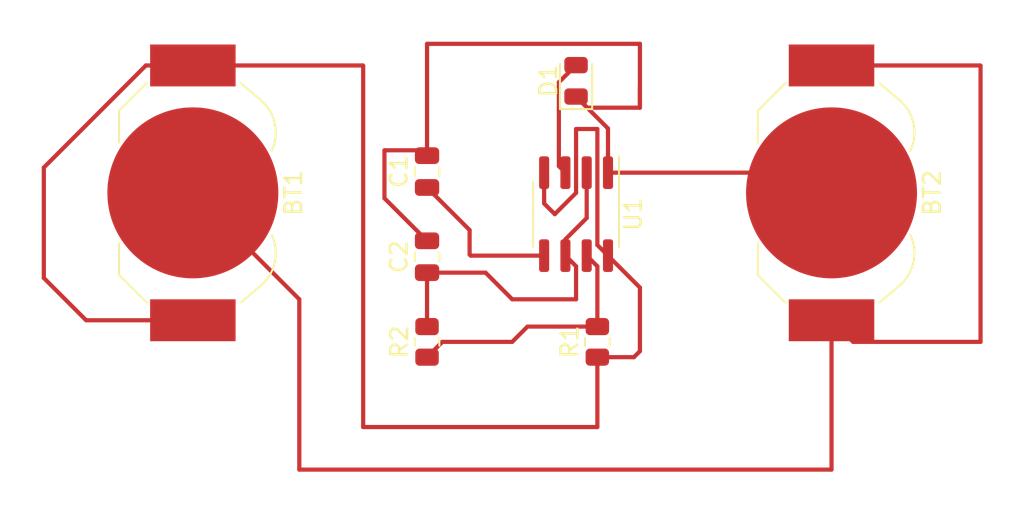
<source format=kicad_pcb>
(kicad_pcb (version 20171130) (host pcbnew "(5.1.10)-1")

  (general
    (thickness 1.6)
    (drawings 5)
    (tracks 67)
    (zones 0)
    (modules 8)
    (nets 8)
  )

  (page A4)
  (layers
    (0 F.Cu signal)
    (31 B.Cu signal)
    (32 B.Adhes user)
    (33 F.Adhes user)
    (34 B.Paste user)
    (35 F.Paste user)
    (36 B.SilkS user)
    (37 F.SilkS user)
    (38 B.Mask user)
    (39 F.Mask user)
    (40 Dwgs.User user)
    (41 Cmts.User user)
    (42 Eco1.User user)
    (43 Eco2.User user)
    (44 Edge.Cuts user)
    (45 Margin user)
    (46 B.CrtYd user)
    (47 F.CrtYd user)
    (48 B.Fab user)
    (49 F.Fab user)
  )

  (setup
    (last_trace_width 0.25)
    (trace_clearance 0.2)
    (zone_clearance 0.508)
    (zone_45_only no)
    (trace_min 0.2)
    (via_size 0.8)
    (via_drill 0.4)
    (via_min_size 0.4)
    (via_min_drill 0.3)
    (uvia_size 0.3)
    (uvia_drill 0.1)
    (uvias_allowed no)
    (uvia_min_size 0.2)
    (uvia_min_drill 0.1)
    (edge_width 0.05)
    (segment_width 0.2)
    (pcb_text_width 0.3)
    (pcb_text_size 1.5 1.5)
    (mod_edge_width 0.12)
    (mod_text_size 1 1)
    (mod_text_width 0.15)
    (pad_size 1.524 1.524)
    (pad_drill 0.762)
    (pad_to_mask_clearance 0)
    (aux_axis_origin 0 0)
    (visible_elements 7FFFFFFF)
    (pcbplotparams
      (layerselection 0x010fc_ffffffff)
      (usegerberextensions false)
      (usegerberattributes true)
      (usegerberadvancedattributes true)
      (creategerberjobfile true)
      (excludeedgelayer true)
      (linewidth 0.100000)
      (plotframeref false)
      (viasonmask false)
      (mode 1)
      (useauxorigin false)
      (hpglpennumber 1)
      (hpglpenspeed 20)
      (hpglpendiameter 15.000000)
      (psnegative false)
      (psa4output false)
      (plotreference true)
      (plotvalue true)
      (plotinvisibletext false)
      (padsonsilk false)
      (subtractmaskfromsilk false)
      (outputformat 1)
      (mirror false)
      (drillshape 0)
      (scaleselection 1)
      (outputdirectory "../Gerbers/"))
  )

  (net 0 "")
  (net 1 VCC)
  (net 2 "Net-(BT1-Pad2)")
  (net 3 GND)
  (net 4 "Net-(C1-Pad1)")
  (net 5 "Net-(C2-Pad1)")
  (net 6 "Net-(D1-Pad2)")
  (net 7 "Net-(R1-Pad2)")

  (net_class Default "This is the default net class."
    (clearance 0.2)
    (trace_width 0.25)
    (via_dia 0.8)
    (via_drill 0.4)
    (uvia_dia 0.3)
    (uvia_drill 0.1)
    (add_net GND)
    (add_net "Net-(BT1-Pad2)")
    (add_net "Net-(C1-Pad1)")
    (add_net "Net-(C2-Pad1)")
    (add_net "Net-(D1-Pad2)")
    (add_net "Net-(R1-Pad2)")
    (add_net VCC)
  )

  (module Battery:BatteryHolder_LINX_BAT-HLD-012-SMT (layer F.Cu) (tedit 5D9C8191) (tstamp 615A80F1)
    (at 139.7 91.44 90)
    (descr "SMT battery holder for CR1216/1220/1225, https://linxtechnologies.com/wp/wp-content/uploads/bat-hld-012-smt.pdf")
    (tags "battery holder coin cell cr1216 cr1220 cr1225")
    (path /615BD730)
    (attr smd)
    (fp_text reference BT1 (at 0 6 90) (layer F.SilkS)
      (effects (font (size 1 1) (thickness 0.15)))
    )
    (fp_text value 3V (at 0 -7 90) (layer F.Fab)
      (effects (font (size 1 1) (thickness 0.15)))
    )
    (fp_line (start -7.65 -2.55) (end -7.65 -0.55) (layer F.Fab) (width 0.1))
    (fp_line (start -7.65 -2.55) (end -6.75 -2.55) (layer F.Fab) (width 0.1))
    (fp_line (start -7.65 -0.55) (end -6.75 -0.55) (layer F.Fab) (width 0.1))
    (fp_line (start -6.75 0.55) (end -7.65 0.55) (layer F.Fab) (width 0.1))
    (fp_line (start -7.65 0.55) (end -7.65 2.55) (layer F.Fab) (width 0.1))
    (fp_line (start -7.65 2.55) (end -6.75 2.55) (layer F.Fab) (width 0.1))
    (fp_line (start 6.75 2.55) (end 7.65 2.55) (layer F.Fab) (width 0.1))
    (fp_line (start 7.65 2.55) (end 7.65 0.55) (layer F.Fab) (width 0.1))
    (fp_line (start 7.65 0.55) (end 6.75 0.55) (layer F.Fab) (width 0.1))
    (fp_line (start 6.75 -0.55) (end 7.65 -0.55) (layer F.Fab) (width 0.1))
    (fp_line (start 7.65 -0.55) (end 7.65 -2.55) (layer F.Fab) (width 0.1))
    (fp_line (start 7.65 -2.55) (end 6.75 -2.55) (layer F.Fab) (width 0.1))
    (fp_line (start -6.75 2.85) (end -6.75 -2.75) (layer F.Fab) (width 0.1))
    (fp_line (start 6.75 2.85) (end 6.75 -2.75) (layer F.Fab) (width 0.1))
    (fp_line (start 4.9 -4.4) (end -4.9 -4.4) (layer F.Fab) (width 0.1))
    (fp_line (start -6.7 -2.9) (end -5.05 -4.55) (layer F.Fab) (width 0.1))
    (fp_line (start 6.7 -2.9) (end 5.05 -4.55) (layer F.Fab) (width 0.1))
    (fp_line (start 6.55 2.85) (end 6.55 -2.75) (layer F.Fab) (width 0.1))
    (fp_line (start 6.55 -2.75) (end 4.9 -4.4) (layer F.Fab) (width 0.1))
    (fp_line (start -6.55 2.85) (end -6.55 -2.75) (layer F.Fab) (width 0.1))
    (fp_line (start -6.55 -2.75) (end -4.9 -4.4) (layer F.Fab) (width 0.1))
    (fp_line (start -6.55 2.85) (end -5.4 4.2) (layer F.Fab) (width 0.1))
    (fp_line (start 6.55 2.85) (end 5.4 4.2) (layer F.Fab) (width 0.1))
    (fp_circle (center 0 0) (end -6.25 0) (layer F.Fab) (width 0.1))
    (fp_line (start -9.35 3.05) (end -9.35 -3.05) (layer F.CrtYd) (width 0.05))
    (fp_line (start -9.35 -3.05) (end -7.25 -3.05) (layer F.CrtYd) (width 0.05))
    (fp_line (start -9.35 3.05) (end -7.25 3.05) (layer F.CrtYd) (width 0.05))
    (fp_line (start -7.25 -3.05) (end -3.55 -6.75) (layer F.CrtYd) (width 0.05))
    (fp_line (start -3.55 -6.75) (end 3.55 -6.75) (layer F.CrtYd) (width 0.05))
    (fp_line (start 3.55 -6.75) (end 7.25 -3.05) (layer F.CrtYd) (width 0.05))
    (fp_line (start 7.25 -3.05) (end 9.35 -3.05) (layer F.CrtYd) (width 0.05))
    (fp_line (start 9.35 -3.05) (end 9.35 3.05) (layer F.CrtYd) (width 0.05))
    (fp_line (start 9.35 3.05) (end 7.25 3.05) (layer F.CrtYd) (width 0.05))
    (fp_line (start -3.55 6.75) (end 3.55 6.75) (layer F.CrtYd) (width 0.05))
    (fp_line (start 3.55 6.75) (end 7.25 3.05) (layer F.CrtYd) (width 0.05))
    (fp_line (start -3.55 6.75) (end -7.25 3.05) (layer F.CrtYd) (width 0.05))
    (fp_line (start -6.75 2.85) (end -6.55 2.85) (layer F.Fab) (width 0.1))
    (fp_line (start 6.75 2.85) (end 6.55 2.85) (layer F.Fab) (width 0.1))
    (fp_line (start -6.75 -2.75) (end -6.55 -2.75) (layer F.Fab) (width 0.1))
    (fp_line (start -6.55 -2.75) (end -6.7 -2.9) (layer F.Fab) (width 0.1))
    (fp_line (start -5.05 -4.55) (end -4.9 -4.4) (layer F.Fab) (width 0.1))
    (fp_line (start 5.05 -4.55) (end 4.9 -4.4) (layer F.Fab) (width 0.1))
    (fp_line (start 6.55 -2.75) (end 6.7 -2.9) (layer F.Fab) (width 0.1))
    (fp_line (start 6.55 -2.75) (end 6.75 -2.75) (layer F.Fab) (width 0.1))
    (fp_line (start -6.55 -2.75) (end -4.9 -4.4) (layer F.SilkS) (width 0.12))
    (fp_line (start 4.9 -4.4) (end 6.55 -2.75) (layer F.SilkS) (width 0.12))
    (fp_line (start 4.9 -4.4) (end 3 -4.4) (layer F.SilkS) (width 0.12))
    (fp_line (start -4.9 -4.4) (end -3 -4.4) (layer F.SilkS) (width 0.12))
    (fp_line (start -6.55 2.85) (end -5.4 4.2) (layer F.SilkS) (width 0.12))
    (fp_line (start 6.55 2.85) (end 5.4 4.2) (layer F.SilkS) (width 0.12))
    (fp_arc (start 0 6) (end -1.8 4.2) (angle 90) (layer F.Fab) (width 0.1))
    (fp_arc (start 3.6 2.4) (end 5.4 4.2) (angle 70.55996517) (layer F.SilkS) (width 0.12))
    (fp_text user %R (at 0 0 90) (layer F.Fab)
      (effects (font (size 1 1) (thickness 0.15)))
    )
    (fp_arc (start 3.6 2.4) (end 5.4 4.2) (angle 90) (layer F.Fab) (width 0.1))
    (fp_arc (start -3.6 2.4) (end -1.8 4.2) (angle 90) (layer F.Fab) (width 0.1))
    (fp_arc (start -3.6 2.4) (end -5.4 4.2) (angle -70.5) (layer F.SilkS) (width 0.12))
    (pad 1 smd rect (at -7.6 0 90) (size 2.5 5.1) (layers F.Cu F.Paste F.Mask)
      (net 1 VCC))
    (pad 1 smd rect (at 7.6 0 90) (size 2.5 5.1) (layers F.Cu F.Paste F.Mask)
      (net 1 VCC))
    (pad 2 smd circle (at 0 0 90) (size 10.2 10.2) (layers F.Cu F.Mask)
      (net 2 "Net-(BT1-Pad2)"))
    (model ${KISYS3DMOD}/Battery.3dshapes/BatteryHolder_LINX_BAT-HLD-012-SMT.wrl
      (at (xyz 0 0 0))
      (scale (xyz 1 1 1))
      (rotate (xyz 0 0 0))
    )
  )

  (module Battery:BatteryHolder_LINX_BAT-HLD-012-SMT (layer F.Cu) (tedit 5D9C8191) (tstamp 615A8130)
    (at 177.8 91.44 90)
    (descr "SMT battery holder for CR1216/1220/1225, https://linxtechnologies.com/wp/wp-content/uploads/bat-hld-012-smt.pdf")
    (tags "battery holder coin cell cr1216 cr1220 cr1225")
    (path /615BE5AB)
    (attr smd)
    (fp_text reference BT2 (at 0 6 90) (layer F.SilkS)
      (effects (font (size 1 1) (thickness 0.15)))
    )
    (fp_text value 3V (at 0 -7 90) (layer F.Fab)
      (effects (font (size 1 1) (thickness 0.15)))
    )
    (fp_line (start 6.55 2.85) (end 5.4 4.2) (layer F.SilkS) (width 0.12))
    (fp_line (start -6.55 2.85) (end -5.4 4.2) (layer F.SilkS) (width 0.12))
    (fp_line (start -4.9 -4.4) (end -3 -4.4) (layer F.SilkS) (width 0.12))
    (fp_line (start 4.9 -4.4) (end 3 -4.4) (layer F.SilkS) (width 0.12))
    (fp_line (start 4.9 -4.4) (end 6.55 -2.75) (layer F.SilkS) (width 0.12))
    (fp_line (start -6.55 -2.75) (end -4.9 -4.4) (layer F.SilkS) (width 0.12))
    (fp_line (start 6.55 -2.75) (end 6.75 -2.75) (layer F.Fab) (width 0.1))
    (fp_line (start 6.55 -2.75) (end 6.7 -2.9) (layer F.Fab) (width 0.1))
    (fp_line (start 5.05 -4.55) (end 4.9 -4.4) (layer F.Fab) (width 0.1))
    (fp_line (start -5.05 -4.55) (end -4.9 -4.4) (layer F.Fab) (width 0.1))
    (fp_line (start -6.55 -2.75) (end -6.7 -2.9) (layer F.Fab) (width 0.1))
    (fp_line (start -6.75 -2.75) (end -6.55 -2.75) (layer F.Fab) (width 0.1))
    (fp_line (start 6.75 2.85) (end 6.55 2.85) (layer F.Fab) (width 0.1))
    (fp_line (start -6.75 2.85) (end -6.55 2.85) (layer F.Fab) (width 0.1))
    (fp_line (start -3.55 6.75) (end -7.25 3.05) (layer F.CrtYd) (width 0.05))
    (fp_line (start 3.55 6.75) (end 7.25 3.05) (layer F.CrtYd) (width 0.05))
    (fp_line (start -3.55 6.75) (end 3.55 6.75) (layer F.CrtYd) (width 0.05))
    (fp_line (start 9.35 3.05) (end 7.25 3.05) (layer F.CrtYd) (width 0.05))
    (fp_line (start 9.35 -3.05) (end 9.35 3.05) (layer F.CrtYd) (width 0.05))
    (fp_line (start 7.25 -3.05) (end 9.35 -3.05) (layer F.CrtYd) (width 0.05))
    (fp_line (start 3.55 -6.75) (end 7.25 -3.05) (layer F.CrtYd) (width 0.05))
    (fp_line (start -3.55 -6.75) (end 3.55 -6.75) (layer F.CrtYd) (width 0.05))
    (fp_line (start -7.25 -3.05) (end -3.55 -6.75) (layer F.CrtYd) (width 0.05))
    (fp_line (start -9.35 3.05) (end -7.25 3.05) (layer F.CrtYd) (width 0.05))
    (fp_line (start -9.35 -3.05) (end -7.25 -3.05) (layer F.CrtYd) (width 0.05))
    (fp_line (start -9.35 3.05) (end -9.35 -3.05) (layer F.CrtYd) (width 0.05))
    (fp_circle (center 0 0) (end -6.25 0) (layer F.Fab) (width 0.1))
    (fp_line (start 6.55 2.85) (end 5.4 4.2) (layer F.Fab) (width 0.1))
    (fp_line (start -6.55 2.85) (end -5.4 4.2) (layer F.Fab) (width 0.1))
    (fp_line (start -6.55 -2.75) (end -4.9 -4.4) (layer F.Fab) (width 0.1))
    (fp_line (start -6.55 2.85) (end -6.55 -2.75) (layer F.Fab) (width 0.1))
    (fp_line (start 6.55 -2.75) (end 4.9 -4.4) (layer F.Fab) (width 0.1))
    (fp_line (start 6.55 2.85) (end 6.55 -2.75) (layer F.Fab) (width 0.1))
    (fp_line (start 6.7 -2.9) (end 5.05 -4.55) (layer F.Fab) (width 0.1))
    (fp_line (start -6.7 -2.9) (end -5.05 -4.55) (layer F.Fab) (width 0.1))
    (fp_line (start 4.9 -4.4) (end -4.9 -4.4) (layer F.Fab) (width 0.1))
    (fp_line (start 6.75 2.85) (end 6.75 -2.75) (layer F.Fab) (width 0.1))
    (fp_line (start -6.75 2.85) (end -6.75 -2.75) (layer F.Fab) (width 0.1))
    (fp_line (start 7.65 -2.55) (end 6.75 -2.55) (layer F.Fab) (width 0.1))
    (fp_line (start 7.65 -0.55) (end 7.65 -2.55) (layer F.Fab) (width 0.1))
    (fp_line (start 6.75 -0.55) (end 7.65 -0.55) (layer F.Fab) (width 0.1))
    (fp_line (start 7.65 0.55) (end 6.75 0.55) (layer F.Fab) (width 0.1))
    (fp_line (start 7.65 2.55) (end 7.65 0.55) (layer F.Fab) (width 0.1))
    (fp_line (start 6.75 2.55) (end 7.65 2.55) (layer F.Fab) (width 0.1))
    (fp_line (start -7.65 2.55) (end -6.75 2.55) (layer F.Fab) (width 0.1))
    (fp_line (start -7.65 0.55) (end -7.65 2.55) (layer F.Fab) (width 0.1))
    (fp_line (start -6.75 0.55) (end -7.65 0.55) (layer F.Fab) (width 0.1))
    (fp_line (start -7.65 -0.55) (end -6.75 -0.55) (layer F.Fab) (width 0.1))
    (fp_line (start -7.65 -2.55) (end -6.75 -2.55) (layer F.Fab) (width 0.1))
    (fp_line (start -7.65 -2.55) (end -7.65 -0.55) (layer F.Fab) (width 0.1))
    (fp_arc (start -3.6 2.4) (end -5.4 4.2) (angle -70.5) (layer F.SilkS) (width 0.12))
    (fp_arc (start -3.6 2.4) (end -1.8 4.2) (angle 90) (layer F.Fab) (width 0.1))
    (fp_arc (start 3.6 2.4) (end 5.4 4.2) (angle 90) (layer F.Fab) (width 0.1))
    (fp_text user %R (at 0 0 90) (layer F.Fab)
      (effects (font (size 1 1) (thickness 0.15)))
    )
    (fp_arc (start 3.6 2.4) (end 5.4 4.2) (angle 70.55996517) (layer F.SilkS) (width 0.12))
    (fp_arc (start 0 6) (end -1.8 4.2) (angle 90) (layer F.Fab) (width 0.1))
    (pad 2 smd circle (at 0 0 90) (size 10.2 10.2) (layers F.Cu F.Mask)
      (net 3 GND))
    (pad 1 smd rect (at 7.6 0 90) (size 2.5 5.1) (layers F.Cu F.Paste F.Mask)
      (net 2 "Net-(BT1-Pad2)"))
    (pad 1 smd rect (at -7.6 0 90) (size 2.5 5.1) (layers F.Cu F.Paste F.Mask)
      (net 2 "Net-(BT1-Pad2)"))
    (model ${KISYS3DMOD}/Battery.3dshapes/BatteryHolder_LINX_BAT-HLD-012-SMT.wrl
      (at (xyz 0 0 0))
      (scale (xyz 1 1 1))
      (rotate (xyz 0 0 0))
    )
  )

  (module Capacitor_SMD:C_0805_2012Metric (layer F.Cu) (tedit 5F68FEEE) (tstamp 615A8141)
    (at 153.67 90.17 90)
    (descr "Capacitor SMD 0805 (2012 Metric), square (rectangular) end terminal, IPC_7351 nominal, (Body size source: IPC-SM-782 page 76, https://www.pcb-3d.com/wordpress/wp-content/uploads/ipc-sm-782a_amendment_1_and_2.pdf, https://docs.google.com/spreadsheets/d/1BsfQQcO9C6DZCsRaXUlFlo91Tg2WpOkGARC1WS5S8t0/edit?usp=sharing), generated with kicad-footprint-generator")
    (tags capacitor)
    (path /615A3B1C)
    (attr smd)
    (fp_text reference C1 (at 0 -1.68 90) (layer F.SilkS)
      (effects (font (size 1 1) (thickness 0.15)))
    )
    (fp_text value 0.01u (at 0 1.68 90) (layer F.Fab)
      (effects (font (size 1 1) (thickness 0.15)))
    )
    (fp_line (start -1 0.625) (end -1 -0.625) (layer F.Fab) (width 0.1))
    (fp_line (start -1 -0.625) (end 1 -0.625) (layer F.Fab) (width 0.1))
    (fp_line (start 1 -0.625) (end 1 0.625) (layer F.Fab) (width 0.1))
    (fp_line (start 1 0.625) (end -1 0.625) (layer F.Fab) (width 0.1))
    (fp_line (start -0.261252 -0.735) (end 0.261252 -0.735) (layer F.SilkS) (width 0.12))
    (fp_line (start -0.261252 0.735) (end 0.261252 0.735) (layer F.SilkS) (width 0.12))
    (fp_line (start -1.7 0.98) (end -1.7 -0.98) (layer F.CrtYd) (width 0.05))
    (fp_line (start -1.7 -0.98) (end 1.7 -0.98) (layer F.CrtYd) (width 0.05))
    (fp_line (start 1.7 -0.98) (end 1.7 0.98) (layer F.CrtYd) (width 0.05))
    (fp_line (start 1.7 0.98) (end -1.7 0.98) (layer F.CrtYd) (width 0.05))
    (fp_text user %R (at 0 0 90) (layer F.Fab)
      (effects (font (size 0.5 0.5) (thickness 0.08)))
    )
    (pad 2 smd roundrect (at 0.95 0 90) (size 1 1.45) (layers F.Cu F.Paste F.Mask) (roundrect_rratio 0.25)
      (net 3 GND))
    (pad 1 smd roundrect (at -0.95 0 90) (size 1 1.45) (layers F.Cu F.Paste F.Mask) (roundrect_rratio 0.25)
      (net 4 "Net-(C1-Pad1)"))
    (model ${KISYS3DMOD}/Capacitor_SMD.3dshapes/C_0805_2012Metric.wrl
      (at (xyz 0 0 0))
      (scale (xyz 1 1 1))
      (rotate (xyz 0 0 0))
    )
  )

  (module Capacitor_SMD:C_0805_2012Metric (layer F.Cu) (tedit 5F68FEEE) (tstamp 615A8152)
    (at 153.67 95.25 90)
    (descr "Capacitor SMD 0805 (2012 Metric), square (rectangular) end terminal, IPC_7351 nominal, (Body size source: IPC-SM-782 page 76, https://www.pcb-3d.com/wordpress/wp-content/uploads/ipc-sm-782a_amendment_1_and_2.pdf, https://docs.google.com/spreadsheets/d/1BsfQQcO9C6DZCsRaXUlFlo91Tg2WpOkGARC1WS5S8t0/edit?usp=sharing), generated with kicad-footprint-generator")
    (tags capacitor)
    (path /615A3445)
    (attr smd)
    (fp_text reference C2 (at 0 -1.68 90) (layer F.SilkS)
      (effects (font (size 1 1) (thickness 0.15)))
    )
    (fp_text value 10u (at 0 1.68 90) (layer F.Fab)
      (effects (font (size 1 1) (thickness 0.15)))
    )
    (fp_line (start 1.7 0.98) (end -1.7 0.98) (layer F.CrtYd) (width 0.05))
    (fp_line (start 1.7 -0.98) (end 1.7 0.98) (layer F.CrtYd) (width 0.05))
    (fp_line (start -1.7 -0.98) (end 1.7 -0.98) (layer F.CrtYd) (width 0.05))
    (fp_line (start -1.7 0.98) (end -1.7 -0.98) (layer F.CrtYd) (width 0.05))
    (fp_line (start -0.261252 0.735) (end 0.261252 0.735) (layer F.SilkS) (width 0.12))
    (fp_line (start -0.261252 -0.735) (end 0.261252 -0.735) (layer F.SilkS) (width 0.12))
    (fp_line (start 1 0.625) (end -1 0.625) (layer F.Fab) (width 0.1))
    (fp_line (start 1 -0.625) (end 1 0.625) (layer F.Fab) (width 0.1))
    (fp_line (start -1 -0.625) (end 1 -0.625) (layer F.Fab) (width 0.1))
    (fp_line (start -1 0.625) (end -1 -0.625) (layer F.Fab) (width 0.1))
    (fp_text user %R (at 0 0 90) (layer F.Fab)
      (effects (font (size 0.5 0.5) (thickness 0.08)))
    )
    (pad 1 smd roundrect (at -0.95 0 90) (size 1 1.45) (layers F.Cu F.Paste F.Mask) (roundrect_rratio 0.25)
      (net 5 "Net-(C2-Pad1)"))
    (pad 2 smd roundrect (at 0.95 0 90) (size 1 1.45) (layers F.Cu F.Paste F.Mask) (roundrect_rratio 0.25)
      (net 3 GND))
    (model ${KISYS3DMOD}/Capacitor_SMD.3dshapes/C_0805_2012Metric.wrl
      (at (xyz 0 0 0))
      (scale (xyz 1 1 1))
      (rotate (xyz 0 0 0))
    )
  )

  (module LED_SMD:LED_0805_2012Metric (layer F.Cu) (tedit 5F68FEF1) (tstamp 615A8165)
    (at 162.56 84.7575 90)
    (descr "LED SMD 0805 (2012 Metric), square (rectangular) end terminal, IPC_7351 nominal, (Body size source: https://docs.google.com/spreadsheets/d/1BsfQQcO9C6DZCsRaXUlFlo91Tg2WpOkGARC1WS5S8t0/edit?usp=sharing), generated with kicad-footprint-generator")
    (tags LED)
    (path /615A510A)
    (attr smd)
    (fp_text reference D1 (at 0 -1.65 90) (layer F.SilkS)
      (effects (font (size 1 1) (thickness 0.15)))
    )
    (fp_text value LED (at 0 1.65 90) (layer F.Fab)
      (effects (font (size 1 1) (thickness 0.15)))
    )
    (fp_line (start 1.68 0.95) (end -1.68 0.95) (layer F.CrtYd) (width 0.05))
    (fp_line (start 1.68 -0.95) (end 1.68 0.95) (layer F.CrtYd) (width 0.05))
    (fp_line (start -1.68 -0.95) (end 1.68 -0.95) (layer F.CrtYd) (width 0.05))
    (fp_line (start -1.68 0.95) (end -1.68 -0.95) (layer F.CrtYd) (width 0.05))
    (fp_line (start -1.685 0.96) (end 1 0.96) (layer F.SilkS) (width 0.12))
    (fp_line (start -1.685 -0.96) (end -1.685 0.96) (layer F.SilkS) (width 0.12))
    (fp_line (start 1 -0.96) (end -1.685 -0.96) (layer F.SilkS) (width 0.12))
    (fp_line (start 1 0.6) (end 1 -0.6) (layer F.Fab) (width 0.1))
    (fp_line (start -1 0.6) (end 1 0.6) (layer F.Fab) (width 0.1))
    (fp_line (start -1 -0.3) (end -1 0.6) (layer F.Fab) (width 0.1))
    (fp_line (start -0.7 -0.6) (end -1 -0.3) (layer F.Fab) (width 0.1))
    (fp_line (start 1 -0.6) (end -0.7 -0.6) (layer F.Fab) (width 0.1))
    (fp_text user %R (at 0 0 90) (layer F.Fab)
      (effects (font (size 0.5 0.5) (thickness 0.08)))
    )
    (pad 1 smd roundrect (at -0.9375 0 90) (size 0.975 1.4) (layers F.Cu F.Paste F.Mask) (roundrect_rratio 0.25)
      (net 3 GND))
    (pad 2 smd roundrect (at 0.9375 0 90) (size 0.975 1.4) (layers F.Cu F.Paste F.Mask) (roundrect_rratio 0.25)
      (net 6 "Net-(D1-Pad2)"))
    (model ${KISYS3DMOD}/LED_SMD.3dshapes/LED_0805_2012Metric.wrl
      (at (xyz 0 0 0))
      (scale (xyz 1 1 1))
      (rotate (xyz 0 0 0))
    )
  )

  (module Resistor_SMD:R_0805_2012Metric (layer F.Cu) (tedit 5F68FEEE) (tstamp 615A8176)
    (at 163.83 100.33 90)
    (descr "Resistor SMD 0805 (2012 Metric), square (rectangular) end terminal, IPC_7351 nominal, (Body size source: IPC-SM-782 page 72, https://www.pcb-3d.com/wordpress/wp-content/uploads/ipc-sm-782a_amendment_1_and_2.pdf), generated with kicad-footprint-generator")
    (tags resistor)
    (path /615AD51E)
    (attr smd)
    (fp_text reference R1 (at 0 -1.65 90) (layer F.SilkS)
      (effects (font (size 1 1) (thickness 0.15)))
    )
    (fp_text value 5k (at 0 1.65 90) (layer F.Fab)
      (effects (font (size 1 1) (thickness 0.15)))
    )
    (fp_line (start 1.68 0.95) (end -1.68 0.95) (layer F.CrtYd) (width 0.05))
    (fp_line (start 1.68 -0.95) (end 1.68 0.95) (layer F.CrtYd) (width 0.05))
    (fp_line (start -1.68 -0.95) (end 1.68 -0.95) (layer F.CrtYd) (width 0.05))
    (fp_line (start -1.68 0.95) (end -1.68 -0.95) (layer F.CrtYd) (width 0.05))
    (fp_line (start -0.227064 0.735) (end 0.227064 0.735) (layer F.SilkS) (width 0.12))
    (fp_line (start -0.227064 -0.735) (end 0.227064 -0.735) (layer F.SilkS) (width 0.12))
    (fp_line (start 1 0.625) (end -1 0.625) (layer F.Fab) (width 0.1))
    (fp_line (start 1 -0.625) (end 1 0.625) (layer F.Fab) (width 0.1))
    (fp_line (start -1 -0.625) (end 1 -0.625) (layer F.Fab) (width 0.1))
    (fp_line (start -1 0.625) (end -1 -0.625) (layer F.Fab) (width 0.1))
    (fp_text user %R (at 0 0 90) (layer F.Fab)
      (effects (font (size 0.5 0.5) (thickness 0.08)))
    )
    (pad 1 smd roundrect (at -0.9125 0 90) (size 1.025 1.4) (layers F.Cu F.Paste F.Mask) (roundrect_rratio 0.2439014634146341)
      (net 1 VCC))
    (pad 2 smd roundrect (at 0.9125 0 90) (size 1.025 1.4) (layers F.Cu F.Paste F.Mask) (roundrect_rratio 0.2439014634146341)
      (net 7 "Net-(R1-Pad2)"))
    (model ${KISYS3DMOD}/Resistor_SMD.3dshapes/R_0805_2012Metric.wrl
      (at (xyz 0 0 0))
      (scale (xyz 1 1 1))
      (rotate (xyz 0 0 0))
    )
  )

  (module Resistor_SMD:R_0805_2012Metric (layer F.Cu) (tedit 5F68FEEE) (tstamp 615A8187)
    (at 153.67 100.33 90)
    (descr "Resistor SMD 0805 (2012 Metric), square (rectangular) end terminal, IPC_7351 nominal, (Body size source: IPC-SM-782 page 72, https://www.pcb-3d.com/wordpress/wp-content/uploads/ipc-sm-782a_amendment_1_and_2.pdf), generated with kicad-footprint-generator")
    (tags resistor)
    (path /615AE5AD)
    (attr smd)
    (fp_text reference R2 (at 0 -1.65 90) (layer F.SilkS)
      (effects (font (size 1 1) (thickness 0.15)))
    )
    (fp_text value 10k (at 0 1.65 90) (layer F.Fab)
      (effects (font (size 1 1) (thickness 0.15)))
    )
    (fp_line (start -1 0.625) (end -1 -0.625) (layer F.Fab) (width 0.1))
    (fp_line (start -1 -0.625) (end 1 -0.625) (layer F.Fab) (width 0.1))
    (fp_line (start 1 -0.625) (end 1 0.625) (layer F.Fab) (width 0.1))
    (fp_line (start 1 0.625) (end -1 0.625) (layer F.Fab) (width 0.1))
    (fp_line (start -0.227064 -0.735) (end 0.227064 -0.735) (layer F.SilkS) (width 0.12))
    (fp_line (start -0.227064 0.735) (end 0.227064 0.735) (layer F.SilkS) (width 0.12))
    (fp_line (start -1.68 0.95) (end -1.68 -0.95) (layer F.CrtYd) (width 0.05))
    (fp_line (start -1.68 -0.95) (end 1.68 -0.95) (layer F.CrtYd) (width 0.05))
    (fp_line (start 1.68 -0.95) (end 1.68 0.95) (layer F.CrtYd) (width 0.05))
    (fp_line (start 1.68 0.95) (end -1.68 0.95) (layer F.CrtYd) (width 0.05))
    (fp_text user %R (at 0 0 90) (layer F.Fab)
      (effects (font (size 0.5 0.5) (thickness 0.08)))
    )
    (pad 2 smd roundrect (at 0.9125 0 90) (size 1.025 1.4) (layers F.Cu F.Paste F.Mask) (roundrect_rratio 0.2439014634146341)
      (net 5 "Net-(C2-Pad1)"))
    (pad 1 smd roundrect (at -0.9125 0 90) (size 1.025 1.4) (layers F.Cu F.Paste F.Mask) (roundrect_rratio 0.2439014634146341)
      (net 7 "Net-(R1-Pad2)"))
    (model ${KISYS3DMOD}/Resistor_SMD.3dshapes/R_0805_2012Metric.wrl
      (at (xyz 0 0 0))
      (scale (xyz 1 1 1))
      (rotate (xyz 0 0 0))
    )
  )

  (module Package_SO:SOIC-8_3.9x4.9mm_P1.27mm (layer F.Cu) (tedit 5D9F72B1) (tstamp 615A81A1)
    (at 162.56 92.71 270)
    (descr "SOIC, 8 Pin (JEDEC MS-012AA, https://www.analog.com/media/en/package-pcb-resources/package/pkg_pdf/soic_narrow-r/r_8.pdf), generated with kicad-footprint-generator ipc_gullwing_generator.py")
    (tags "SOIC SO")
    (path /615A338A)
    (attr smd)
    (fp_text reference U1 (at 0 -3.4 90) (layer F.SilkS)
      (effects (font (size 1 1) (thickness 0.15)))
    )
    (fp_text value LM555xM (at 0 3.4 90) (layer F.Fab)
      (effects (font (size 1 1) (thickness 0.15)))
    )
    (fp_line (start 3.7 -2.7) (end -3.7 -2.7) (layer F.CrtYd) (width 0.05))
    (fp_line (start 3.7 2.7) (end 3.7 -2.7) (layer F.CrtYd) (width 0.05))
    (fp_line (start -3.7 2.7) (end 3.7 2.7) (layer F.CrtYd) (width 0.05))
    (fp_line (start -3.7 -2.7) (end -3.7 2.7) (layer F.CrtYd) (width 0.05))
    (fp_line (start -1.95 -1.475) (end -0.975 -2.45) (layer F.Fab) (width 0.1))
    (fp_line (start -1.95 2.45) (end -1.95 -1.475) (layer F.Fab) (width 0.1))
    (fp_line (start 1.95 2.45) (end -1.95 2.45) (layer F.Fab) (width 0.1))
    (fp_line (start 1.95 -2.45) (end 1.95 2.45) (layer F.Fab) (width 0.1))
    (fp_line (start -0.975 -2.45) (end 1.95 -2.45) (layer F.Fab) (width 0.1))
    (fp_line (start 0 -2.56) (end -3.45 -2.56) (layer F.SilkS) (width 0.12))
    (fp_line (start 0 -2.56) (end 1.95 -2.56) (layer F.SilkS) (width 0.12))
    (fp_line (start 0 2.56) (end -1.95 2.56) (layer F.SilkS) (width 0.12))
    (fp_line (start 0 2.56) (end 1.95 2.56) (layer F.SilkS) (width 0.12))
    (fp_text user %R (at 0 0 90) (layer F.Fab)
      (effects (font (size 0.98 0.98) (thickness 0.15)))
    )
    (pad 1 smd roundrect (at -2.475 -1.905 270) (size 1.95 0.6) (layers F.Cu F.Paste F.Mask) (roundrect_rratio 0.25)
      (net 3 GND))
    (pad 2 smd roundrect (at -2.475 -0.635 270) (size 1.95 0.6) (layers F.Cu F.Paste F.Mask) (roundrect_rratio 0.25)
      (net 5 "Net-(C2-Pad1)"))
    (pad 3 smd roundrect (at -2.475 0.635 270) (size 1.95 0.6) (layers F.Cu F.Paste F.Mask) (roundrect_rratio 0.25)
      (net 6 "Net-(D1-Pad2)"))
    (pad 4 smd roundrect (at -2.475 1.905 270) (size 1.95 0.6) (layers F.Cu F.Paste F.Mask) (roundrect_rratio 0.25)
      (net 1 VCC))
    (pad 5 smd roundrect (at 2.475 1.905 270) (size 1.95 0.6) (layers F.Cu F.Paste F.Mask) (roundrect_rratio 0.25)
      (net 4 "Net-(C1-Pad1)"))
    (pad 6 smd roundrect (at 2.475 0.635 270) (size 1.95 0.6) (layers F.Cu F.Paste F.Mask) (roundrect_rratio 0.25)
      (net 5 "Net-(C2-Pad1)"))
    (pad 7 smd roundrect (at 2.475 -0.635 270) (size 1.95 0.6) (layers F.Cu F.Paste F.Mask) (roundrect_rratio 0.25)
      (net 7 "Net-(R1-Pad2)"))
    (pad 8 smd roundrect (at 2.475 -1.905 270) (size 1.95 0.6) (layers F.Cu F.Paste F.Mask) (roundrect_rratio 0.25)
      (net 1 VCC))
    (model ${KISYS3DMOD}/Package_SO.3dshapes/SOIC-8_3.9x4.9mm_P1.27mm.wrl
      (at (xyz 0 0 0))
      (scale (xyz 1 1 1))
      (rotate (xyz 0 0 0))
    )
  )

  (gr_line (start 189.23 80.01) (end 187.96 80.01) (layer Dwgs.User) (width 0.15) (tstamp 615A9A15))
  (gr_line (start 189.23 110.49) (end 189.23 80.01) (layer Dwgs.User) (width 0.15))
  (gr_line (start 128.27 110.49) (end 189.23 110.49) (layer Dwgs.User) (width 0.15))
  (gr_line (start 128.27 80.01) (end 128.27 110.49) (layer Dwgs.User) (width 0.15))
  (gr_line (start 187.96 80.01) (end 128.27 80.01) (layer Dwgs.User) (width 0.15))

  (segment (start 139.7 99.04) (end 133.33 99.04) (width 0.25) (layer F.Cu) (net 1))
  (segment (start 133.33 99.04) (end 130.81 96.52) (width 0.25) (layer F.Cu) (net 1))
  (segment (start 136.9 83.84) (end 139.7 83.84) (width 0.25) (layer F.Cu) (net 1))
  (segment (start 130.81 89.93) (end 136.9 83.84) (width 0.25) (layer F.Cu) (net 1))
  (segment (start 130.81 96.52) (end 130.81 89.93) (width 0.25) (layer F.Cu) (net 1))
  (segment (start 139.7 83.84) (end 149.84 83.84) (width 0.25) (layer F.Cu) (net 1))
  (segment (start 149.84 83.84) (end 149.86 83.86) (width 0.25) (layer F.Cu) (net 1))
  (segment (start 149.86 83.86) (end 149.86 105.41) (width 0.25) (layer F.Cu) (net 1))
  (segment (start 149.86 105.41) (end 163.83 105.41) (width 0.25) (layer F.Cu) (net 1))
  (segment (start 163.83 105.41) (end 163.83 101.6) (width 0.25) (layer F.Cu) (net 1))
  (segment (start 163.83 101.6) (end 163.83 101.2425) (width 0.25) (layer F.Cu) (net 1))
  (segment (start 163.83 87.63) (end 163.83 94.55) (width 0.25) (layer F.Cu) (net 1))
  (segment (start 163.83 94.55) (end 164.465 95.185) (width 0.25) (layer F.Cu) (net 1))
  (segment (start 162.56 91.44) (end 162.56 87.63) (width 0.25) (layer F.Cu) (net 1))
  (segment (start 161.29 92.71) (end 162.56 91.44) (width 0.25) (layer F.Cu) (net 1))
  (segment (start 162.56 87.63) (end 163.83 87.63) (width 0.25) (layer F.Cu) (net 1))
  (segment (start 160.655 92.075) (end 161.29 92.71) (width 0.25) (layer F.Cu) (net 1))
  (segment (start 160.655 90.235) (end 160.655 92.075) (width 0.25) (layer F.Cu) (net 1))
  (segment (start 163.83 101.2425) (end 166.0125 101.2425) (width 0.25) (layer F.Cu) (net 1))
  (segment (start 166.0125 101.2425) (end 166.37 100.885) (width 0.25) (layer F.Cu) (net 1))
  (segment (start 166.37 97.09) (end 164.465 95.185) (width 0.25) (layer F.Cu) (net 1))
  (segment (start 166.37 100.885) (end 166.37 97.09) (width 0.25) (layer F.Cu) (net 1))
  (segment (start 139.7 91.44) (end 146.05 97.79) (width 0.25) (layer F.Cu) (net 2))
  (segment (start 146.05 97.79) (end 146.05 107.95) (width 0.25) (layer F.Cu) (net 2))
  (segment (start 146.05 107.95) (end 177.8 107.95) (width 0.25) (layer F.Cu) (net 2))
  (segment (start 177.8 107.95) (end 177.8 99.04) (width 0.25) (layer F.Cu) (net 2))
  (segment (start 177.8 83.84) (end 186.67 83.84) (width 0.25) (layer F.Cu) (net 2))
  (segment (start 186.67 83.84) (end 186.69 83.86) (width 0.25) (layer F.Cu) (net 2))
  (segment (start 186.69 83.86) (end 186.69 100.33) (width 0.25) (layer F.Cu) (net 2))
  (segment (start 179.09 100.33) (end 177.8 99.04) (width 0.25) (layer F.Cu) (net 2))
  (segment (start 186.69 100.33) (end 179.09 100.33) (width 0.25) (layer F.Cu) (net 2))
  (segment (start 176.595 90.235) (end 177.8 91.44) (width 0.25) (layer F.Cu) (net 3))
  (segment (start 164.465 90.235) (end 176.595 90.235) (width 0.25) (layer F.Cu) (net 3))
  (segment (start 164.465 87.6) (end 162.56 85.695) (width 0.25) (layer F.Cu) (net 3))
  (segment (start 164.465 90.235) (end 164.465 87.6) (width 0.25) (layer F.Cu) (net 3))
  (segment (start 153.67 89.22) (end 153.67 82.55) (width 0.25) (layer F.Cu) (net 3))
  (segment (start 153.67 82.55) (end 166.37 82.55) (width 0.25) (layer F.Cu) (net 3))
  (segment (start 166.37 82.55) (end 166.37 86.36) (width 0.25) (layer F.Cu) (net 3))
  (segment (start 163.225 86.36) (end 162.56 85.695) (width 0.25) (layer F.Cu) (net 3))
  (segment (start 166.37 86.36) (end 163.225 86.36) (width 0.25) (layer F.Cu) (net 3))
  (segment (start 166.37 86.36) (end 166.37 85.09) (width 0.25) (layer F.Cu) (net 3))
  (segment (start 153.35 88.9) (end 153.67 89.22) (width 0.25) (layer F.Cu) (net 3))
  (segment (start 151.13 88.9) (end 153.35 88.9) (width 0.25) (layer F.Cu) (net 3))
  (segment (start 151.13 91.76) (end 151.13 88.9) (width 0.25) (layer F.Cu) (net 3))
  (segment (start 153.67 94.3) (end 151.13 91.76) (width 0.25) (layer F.Cu) (net 3))
  (segment (start 160.655 95.185) (end 156.275 95.185) (width 0.25) (layer F.Cu) (net 4))
  (segment (start 156.275 95.185) (end 156.21 95.12) (width 0.25) (layer F.Cu) (net 4))
  (segment (start 156.21 93.66) (end 153.67 91.12) (width 0.25) (layer F.Cu) (net 4))
  (segment (start 156.21 95.12) (end 156.21 93.66) (width 0.25) (layer F.Cu) (net 4))
  (segment (start 153.67 99.4175) (end 153.67 96.2) (width 0.25) (layer F.Cu) (net 5))
  (segment (start 162.56 97.79) (end 162.56 95.82) (width 0.25) (layer F.Cu) (net 5))
  (segment (start 158.75 97.79) (end 162.56 97.79) (width 0.25) (layer F.Cu) (net 5))
  (segment (start 162.56 95.82) (end 161.925 95.185) (width 0.25) (layer F.Cu) (net 5))
  (segment (start 157.16 96.2) (end 158.75 97.79) (width 0.25) (layer F.Cu) (net 5))
  (segment (start 153.67 96.2) (end 157.16 96.2) (width 0.25) (layer F.Cu) (net 5))
  (segment (start 163.195 92.94) (end 163.195 90.235) (width 0.25) (layer F.Cu) (net 5))
  (segment (start 161.925 94.21) (end 163.195 92.94) (width 0.25) (layer F.Cu) (net 5))
  (segment (start 161.925 95.185) (end 161.925 94.21) (width 0.25) (layer F.Cu) (net 5))
  (segment (start 161.53499 89.84499) (end 161.53499 84.84501) (width 0.25) (layer F.Cu) (net 6))
  (segment (start 161.925 90.235) (end 161.53499 89.84499) (width 0.25) (layer F.Cu) (net 6))
  (segment (start 161.53499 84.84501) (end 162.56 83.82) (width 0.25) (layer F.Cu) (net 6))
  (segment (start 163.83 99.4175) (end 159.6625 99.4175) (width 0.25) (layer F.Cu) (net 7))
  (segment (start 159.6625 99.4175) (end 158.75 100.33) (width 0.25) (layer F.Cu) (net 7))
  (segment (start 154.5825 100.33) (end 153.67 101.2425) (width 0.25) (layer F.Cu) (net 7))
  (segment (start 158.75 100.33) (end 154.5825 100.33) (width 0.25) (layer F.Cu) (net 7))
  (segment (start 163.83 95.82) (end 163.195 95.185) (width 0.25) (layer F.Cu) (net 7))
  (segment (start 163.83 99.4175) (end 163.83 95.82) (width 0.25) (layer F.Cu) (net 7))

)

</source>
